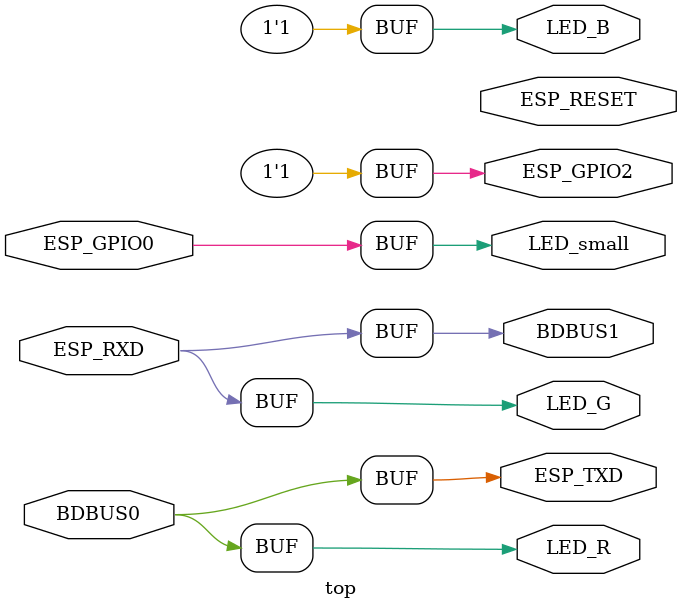
<source format=v>

module top(
	// RGB LED
	output LED_R,
	output LED_G,
	output LED_B,
	// Small SMD LED (green)
	output LED_small,

	// 
	output ESP_TXD,
	input ESP_RXD,
	output ESP_RESET,

	input ESP_GPIO0,
	output ESP_GPIO2,

	// FTDI FT2232H Channel B
	input BDBUS0, 
	output BDBUS1 
           );

	assign LED_R = BDBUS0;
	assign LED_G = ESP_RXD;
	assign LED_B = 1'b1;
   

	assign ESP_GPIO2 = 1'b1;
	assign LED_small = ESP_GPIO0;


	assign ESP_TXD = BDBUS0;
	assign BDBUS1 = ESP_RXD;


endmodule // top

</source>
